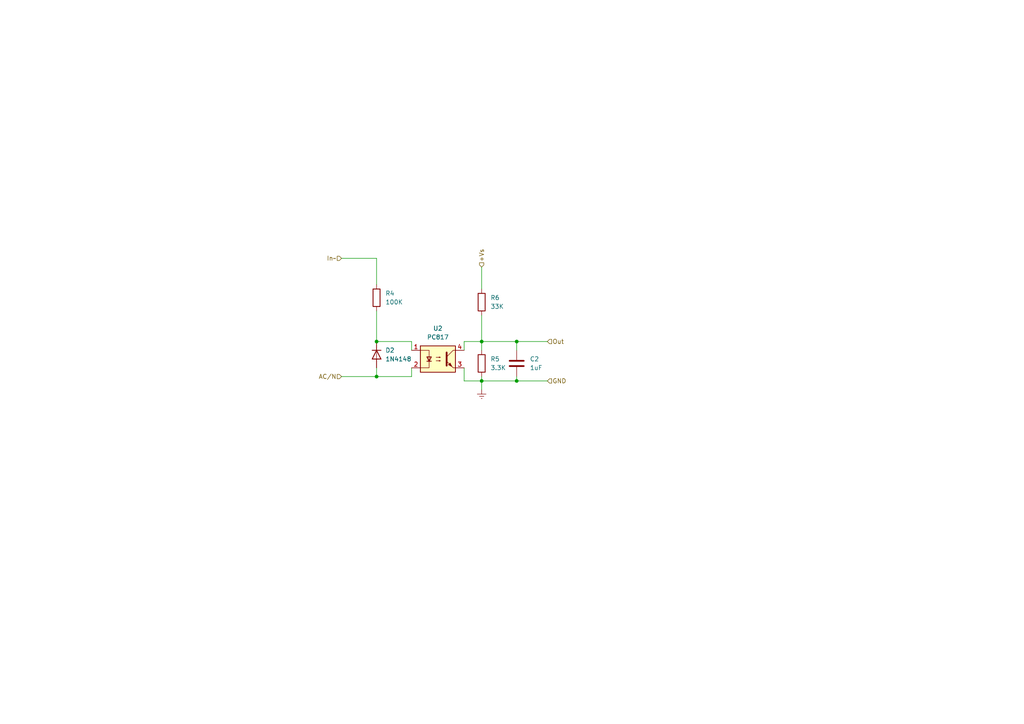
<source format=kicad_sch>
(kicad_sch (version 20230121) (generator eeschema)
  (paper "A4")
  (lib_symbols
    (symbol "Device:C" (pin_numbers hide) (pin_names (offset 0.254))
      (property "Reference" "C" (at 0.635 2.54 0))
      (property "Value" "C" (at 0.635 -2.54 0))
      (symbol "C_0_1"
        (polyline (pts (xy -2.032 -0.762) (xy 2.032 -0.762)) (stroke (width 0.508)))
        (polyline (pts (xy -2.032 0.762) (xy 2.032 0.762)) (stroke (width 0.508)))
      )
      (symbol "C_1_1"
        (pin passive line (at 0 3.81 270) (length 2.794) (name "~") (number "1"))
        (pin passive line (at 0 -3.81 90) (length 2.794) (name "~") (number "2"))
      )
    )
    (symbol "Device:R" (pin_numbers hide) (pin_names (offset 0))
      (property "Reference" "R" (at 2.032 0 90))
      (property "Value" "R" (at 0 0 90))
      (symbol "R_0_1"
        (rectangle (start -1.016 -2.54) (end 1.016 2.54) (stroke (width 0.254)))
      )
      (symbol "R_1_1"
        (pin passive line (at 0 3.81 270) (length 1.27) (name "~") (number "1"))
        (pin passive line (at 0 -3.81 90) (length 1.27) (name "~") (number "2"))
      )
    )
    (symbol "Diode:1N4148" (pin_numbers hide) (pin_names hide)
      (property "Reference" "D" (at 0 2.54 0))
      (property "Value" "1N4148" (at 0 -2.54 0))
      (symbol "1N4148_0_1"
        (polyline (pts (xy -1.27 1.27) (xy -1.27 -1.27)) (stroke (width 0.254)))
        (polyline (pts (xy 1.27 0) (xy -1.27 0)))
        (polyline (pts (xy 1.27 1.27) (xy 1.27 -1.27) (xy -1.27 0) (xy 1.27 1.27)) (stroke (width 0.254)))
      )
      (symbol "1N4148_1_1"
        (pin passive line (at -3.81 0 0) (length 2.54) (name "K") (number "1"))
        (pin passive line (at 3.81 0 180) (length 2.54) (name "A") (number "2"))
      )
    )
    (symbol "Isolator:PC817" (pin_names (offset 1.016))
      (property "Reference" "U" (at -5.08 5.08 0))
      (property "Value" "PC817" (at 0 5.08 0))
      (symbol "PC817_0_1"
        (rectangle (start -5.08 3.81) (end 5.08 -3.81) (stroke (width 0.254)) (fill (type background)))
        (polyline (pts (xy -3.175 -0.635) (xy -1.905 -0.635)) (stroke (width 0.254)))
        (polyline (pts (xy 2.54 0.635) (xy 4.445 2.54)))
        (polyline (pts (xy 4.445 -2.54) (xy 2.54 -0.635)) (fill (type outline)))
        (polyline (pts (xy 4.445 -2.54) (xy 5.08 -2.54)))
        (polyline (pts (xy 4.445 2.54) (xy 5.08 2.54)))
        (polyline (pts (xy -5.08 2.54) (xy -2.54 2.54) (xy -2.54 -0.635)))
        (polyline (pts (xy -2.54 -0.635) (xy -2.54 -2.54) (xy -5.08 -2.54)))
        (polyline (pts (xy 2.54 1.905) (xy 2.54 -1.905) (xy 2.54 -1.905)) (stroke (width 0.508)))
        (polyline (pts (xy -2.54 -0.635) (xy -3.175 0.635) (xy -1.905 0.635) (xy -2.54 -0.635)) (stroke (width 0.254)))
        (polyline (pts (xy -0.508 -0.508) (xy 0.762 -0.508) (xy 0.381 -0.635) (xy 0.381 -0.381) (xy 0.762 -0.508)))
        (polyline (pts (xy -0.508 0.508) (xy 0.762 0.508) (xy 0.381 0.381) (xy 0.381 0.635) (xy 0.762 0.508)))
        (polyline (pts (xy 3.048 -1.651) (xy 3.556 -1.143) (xy 4.064 -2.159) (xy 3.048 -1.651) (xy 3.048 -1.651)) (fill (type outline)))
      )
      (symbol "PC817_1_1"
        (pin passive line (at -7.62 2.54 0) (length 2.54) (name "~") (number "1"))
        (pin passive line (at -7.62 -2.54 0) (length 2.54) (name "~") (number "2"))
        (pin passive line (at 7.62 -2.54 180) (length 2.54) (name "~") (number "3"))
        (pin passive line (at 7.62 2.54 180) (length 2.54) (name "~") (number "4"))
      )
    )
    (symbol "power:Earth" (power) (pin_names (offset 0))
      (symbol "Earth_0_1"
        (polyline (pts (xy -0.635 -1.905) (xy 0.635 -1.905)))
        (polyline (pts (xy -0.127 -2.54) (xy 0.127 -2.54)))
        (polyline (pts (xy 0 -1.27) (xy 0 0)))
        (polyline (pts (xy 1.27 -1.27) (xy -1.27 -1.27)))
      )
      (symbol "Earth_1_1"
        (pin power_in line (at 0 0 270) (length 0) hide (name "Earth") (number "1"))
      )
    )
  )
  (junction (at 149.86 99.06))
  (junction (at 109.22 99.06))
  (junction (at 109.22 109.22))
  (junction (at 149.86 110.49))
  (junction (at 139.7 110.49))
  (junction (at 139.7 99.06))
  (wire (pts (xy 109.22 90.17) (xy 109.22 99.06)))
  (wire (pts (xy 119.38 101.6) (xy 119.38 99.06)))
  (wire (pts (xy 139.7 99.06) (xy 149.86 99.06)))
  (wire (pts (xy 134.62 106.68) (xy 134.62 110.49)))
  (wire (pts (xy 139.7 110.49) (xy 149.86 110.49)))
  (wire (pts (xy 149.86 109.22) (xy 149.86 110.49)))
  (wire (pts (xy 139.7 109.22) (xy 139.7 110.49)))
  (wire (pts (xy 139.7 113.03) (xy 139.7 110.49)))
  (wire (pts (xy 109.22 109.22) (xy 119.38 109.22)))
  (wire (pts (xy 149.86 99.06) (xy 158.75 99.06)))
  (wire (pts (xy 158.75 110.49) (xy 149.86 110.49)))
  (wire (pts (xy 139.7 99.06) (xy 139.7 101.6)))
  (wire (pts (xy 109.22 74.93) (xy 109.22 82.55)))
  (wire (pts (xy 109.22 106.68) (xy 109.22 109.22)))
  (wire (pts (xy 149.86 99.06) (xy 149.86 101.6)))
  (wire (pts (xy 134.62 101.6) (xy 134.62 99.06)))
  (wire (pts (xy 119.38 106.68) (xy 119.38 109.22)))
  (wire (pts (xy 119.38 99.06) (xy 109.22 99.06)))
  (wire (pts (xy 99.06 74.93) (xy 109.22 74.93)))
  (wire (pts (xy 139.7 91.44) (xy 139.7 99.06)))
  (wire (pts (xy 99.06 109.22) (xy 109.22 109.22)))
  (wire (pts (xy 134.62 110.49) (xy 139.7 110.49)))
  (wire (pts (xy 139.7 77.47) (xy 139.7 83.82)))
  (wire (pts (xy 134.62 99.06) (xy 139.7 99.06)))
  (hierarchical_label "+Vs" (shape input) (at 139.7 77.47 90))
  (hierarchical_label "GND" (shape input) (at 158.75 110.49 0))
  (hierarchical_label "AC{slash}N" (shape input) (at 99.06 109.22 180))
  (hierarchical_label "In~" (shape input) (at 99.06 74.93 180))
  (hierarchical_label "Out" (shape input) (at 158.75 99.06 0))
  (symbol (lib_id "Device:R") (at 139.7 105.41 0) (unit 1)
    (property "Reference" "R5" (at 142.24 104.14 0) (effects (justify left)))
    (property "Value" "3.3K" (at 142.24 106.68 0) (effects (justify left)))
    (property "Footprint" "Resistor_SMD:R_0805_2012Metric_Pad1.20x1.40mm_HandSolder" (effects hide))
    (instances (project "ACSensor-3N" (path "" (reference "R5") (unit 1))) (project "WemosD1Mini-8266" (path "" (reference "R8") (unit 1)) (path "" (reference "R17") (unit 1)) (path "" (reference "R11") (unit 1)) (path "" (reference "R6") (unit 1))))
  )
  (symbol (lib_id "Device:R") (at 139.7 87.63 0) (unit 1)
    (property "Reference" "R6" (at 142.24 86.36 0) (effects (justify left)))
    (property "Value" "33K" (at 142.24 88.9 0) (effects (justify left)))
    (property "Footprint" "Resistor_SMD:R_0805_2012Metric_Pad1.20x1.40mm_HandSolder" (effects hide))
    (instances (project "ACSensor-3N" (path "" (reference "R6") (unit 1))) (project "WemosD1Mini-8266" (path "" (reference "R9") (unit 1)) (path "" (reference "R18") (unit 1)) (path "" (reference "R12") (unit 1)) (path "" (reference "R5") (unit 1))))
  )
  (symbol (lib_id "Isolator:PC817") (at 127 104.14 0) (unit 1)
    (property "Reference" "U2" (at 127 95.25 0))
    (property "Value" "PC817" (at 127 97.79 0))
    (property "Footprint" "Package_DIP:DIP-4_W7.62mm_SMDSocket_SmallPads" (effects hide))
    (property "Datasheet" "http://www.soselectronic.cz/a_info/resource/d/pc817.pdf" (effects hide))
    (instances (project "ACSensor-3N" (path "" (reference "U2") (unit 1))) (project "WemosD1Mini-8266" (path "" (reference "U3") (unit 1)) (path "" (reference "U6") (unit 1)) (path "" (reference "U4") (unit 1)) (path "" (reference "U2") (unit 1))))
  )
  (symbol (lib_id "Device:R") (at 109.22 86.36 0) (unit 1)
    (property "Reference" "R4" (at 111.76 85.09 0) (effects (justify left)))
    (property "Value" "100K" (at 111.76 87.63 0) (effects (justify left)))
    (property "Footprint" "Resistor_SMD:R_0805_2012Metric_Pad1.20x1.40mm_HandSolder" (effects hide))
    (instances (project "ACSensor-3N" (path "" (reference "R4") (unit 1))) (project "WemosD1Mini-8266" (path "" (reference "R3") (unit 1)) (path "" (reference "R12") (unit 1)) (path "" (reference "R10") (unit 1)) (path "" (reference "R4") (unit 1))))
  )
  (symbol (lib_id "power:Earth") (at 139.7 113.03 0) (unit 1)
    (property "Reference" "#PWR01" (effects hide))
    (property "Value" "Earth" (effects hide))
    (instances (project "ACSensor-3N" (path "" (reference "#PWR01") (unit 1))) (project "WemosD1Mini-8266" (path "" (reference "#PWR05") (unit 1)) (path "" (reference "#PWR010") (unit 1)) (path "" (reference "#PWR03") (unit 1)) (path "" (reference "#PWR02") (unit 1))))
  )
  (symbol (lib_id "Diode:1N4148") (at 109.22 102.87 270) (unit 1)
    (property "Reference" "D2" (at 111.76 101.6 90) (effects (justify left)))
    (property "Value" "1N4148" (at 111.76 104.14 90) (effects (justify left)))
    (property "Footprint" "Diode_SMD:D_1206_3216Metric_Pad1.42x1.75mm_HandSolder" (effects hide))
    (property "Datasheet" "https://assets.nexperia.com/documents/data-sheet/1N4148_1N4448.pdf" (effects hide))
    (property "Sim.Device" "D" (effects hide))
    (property "Sim.Pins" "1=K 2=A" (effects hide))
    (instances (project "ACSensor-3N" (path "" (reference "D2") (unit 1))) (project "WemosD1Mini-8266" (path "" (reference "D3") (unit 1)) (path "" (reference "D6") (unit 1)) (path "" (reference "D4") (unit 1)) (path "" (reference "D2") (unit 1))))
  )
  (symbol (lib_id "Device:C") (at 149.86 105.41 0) (unit 1)
    (property "Reference" "C2" (at 153.67 104.14 0) (effects (justify left)))
    (property "Value" "1uF" (at 153.67 106.68 0) (effects (justify left)))
    (property "Footprint" "Capacitor_THT:CP_Radial_D5.0mm_P2.50mm" (effects hide))
    (instances (project "ACSensor-3N" (path "" (reference "C2") (unit 1))) (project "WemosD1Mini-8266" (path "" (reference "C3") (unit 1)) (path "" (reference "C6") (unit 1)) (path "" (reference "C4") (unit 1)) (path "" (reference "C2") (unit 1))))
  )
)
</source>
